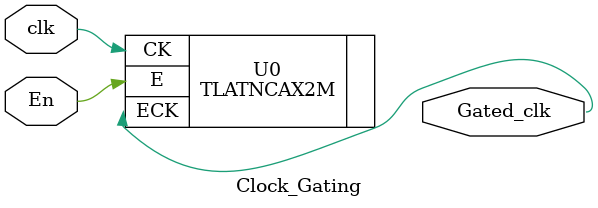
<source format=v>
module Clock_Gating (
    input  wire  clk,
    input  wire  En ,
    output wire  Gated_clk
);/*
reg latched_En;
always @(*) begin
    if (!clk) begin
       latched_En<=En;
    end else begin
        latched_En<=latched_En;
    end
    
end
assign Gated_clk=clk&latched_En;
    */

    TLATNCAX2M U0(
        .CK(clk),
        .E(En),
        .ECK(Gated_clk)

    );

endmodule
</source>
